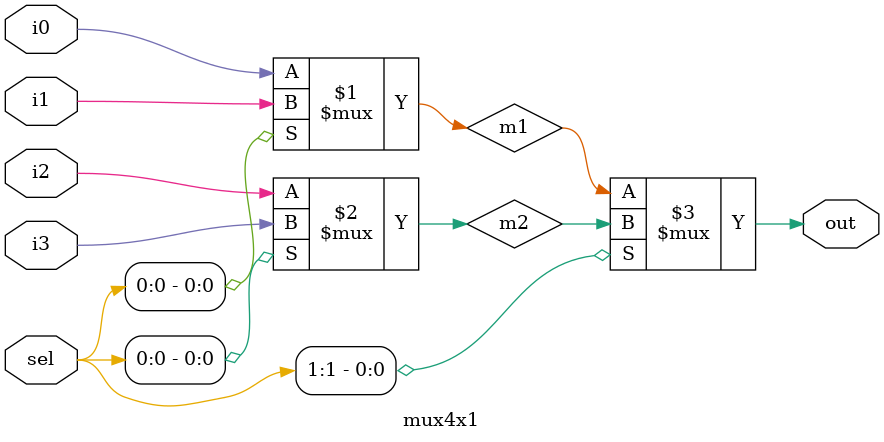
<source format=v>

/********************************************************************

Module          :   mux4x1

Date            :   10 November, 2022

Author          :   Krunal Gandhi

Email           :   gkrunal72@gmail.com

History         :   1. 10 November, 2022 - Initial implementation

Summary         :   Implementation of Mux4x1 using assign statements.
                    core logic is of mux4x1 using mux2x1.

Inputs          :   i0, i1, i2, i3, sel

Outputs         :   Out

Instantiation   :   N/A

********************************************************************/

module mux4x1 (
    input   wire        i0,
    input   wire        i1,
    input   wire        i2,
    input   wire        i3,
    input   wire  [1:0] sel,
    output  reg         out
    );

wire    m1;
wire    m2;

assign m1 = sel[0] ? i1 : i0;
assign m2 = sel[0] ? i3 : i2;
assign out = sel[1] ? m2 : m1;

endmodule

</source>
